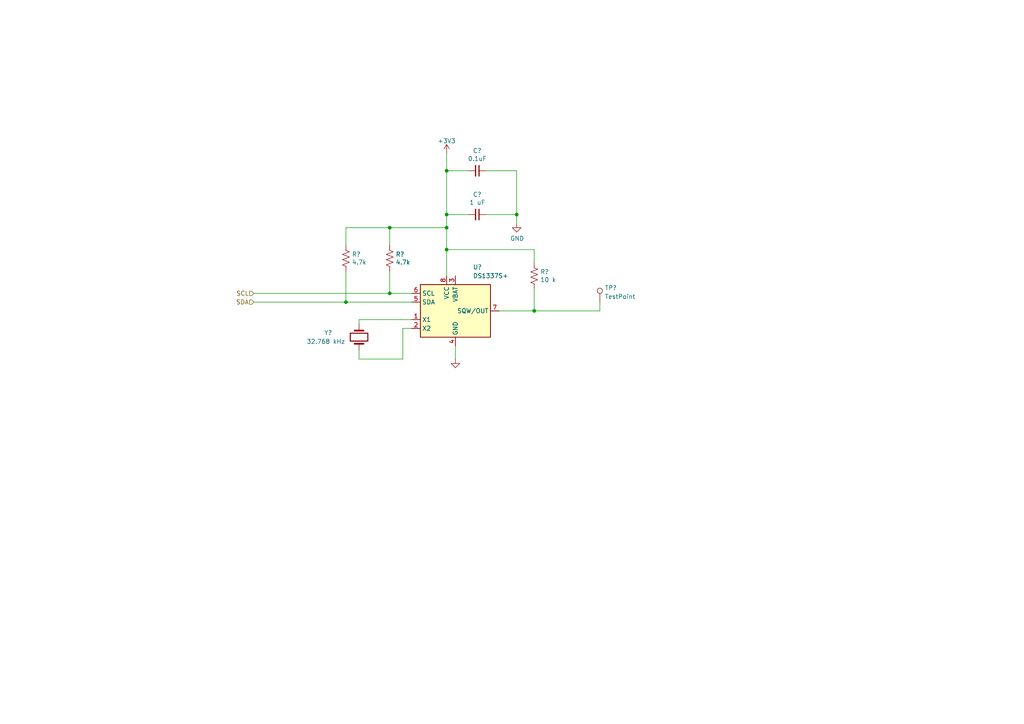
<source format=kicad_sch>
(kicad_sch (version 20211123) (generator eeschema)
  (paper "A4")
  (title_block (title "Avionics Board") (rev "A") (company "SilverSat Limited"))
  (lib_symbols
    (symbol "Connector:TestPoint" (pin_numbers hide) (pin_names (offset 0.762) hide)
      (property "Reference" "TP" (at 0 6.858 0))
      (property "Value" "TestPoint" (at 0 5.08 0))
      (symbol "TestPoint_0_1"
        (circle (center 0 3.302) (radius 0.762))
      )
      (symbol "TestPoint_1_1"
        (pin passive line (at 0 0 90) (length 2.54) (name "1") (number "1"))
      )
    )
    (symbol "Device:C_Small" (pin_numbers hide) (pin_names (offset 0.254) hide)
      (property "Reference" "C" (at 0.254 1.778 0))
      (property "Value" "C_Small" (at 0.254 -2.032 0))
      (symbol "C_Small_0_1"
        (polyline (pts (xy -1.524 -0.508) (xy 1.524 -0.508)) (stroke (width 0.3302)))
        (polyline (pts (xy -1.524 0.508) (xy 1.524 0.508)) (stroke (width 0.3048)))
      )
      (symbol "C_Small_1_1"
        (pin passive line (at 0 2.54 270) (length 2.032) (name "~") (number "1"))
        (pin passive line (at 0 -2.54 90) (length 2.032) (name "~") (number "2"))
      )
    )
    (symbol "Device:Crystal" (pin_numbers hide) (pin_names (offset 1.016) hide)
      (property "Reference" "Y" (at 0 3.81 0))
      (property "Value" "Crystal" (at 0 -3.81 0))
      (symbol "Crystal_0_1"
        (rectangle (start -1.143 2.54) (end 1.143 -2.54) (stroke (width 0.3048)))
        (polyline (pts (xy -2.54 0) (xy -1.905 0)))
        (polyline (pts (xy -1.905 -1.27) (xy -1.905 1.27)) (stroke (width 0.508)))
        (polyline (pts (xy 1.905 -1.27) (xy 1.905 1.27)) (stroke (width 0.508)))
        (polyline (pts (xy 2.54 0) (xy 1.905 0)))
      )
      (symbol "Crystal_1_1"
        (pin passive line (at -3.81 0 0) (length 1.27) (name "1") (number "1"))
        (pin passive line (at 3.81 0 180) (length 1.27) (name "2") (number "2"))
      )
    )
    (symbol "Device:R_US" (pin_numbers hide) (pin_names (offset 0))
      (property "Reference" "R" (at 2.54 0 90))
      (property "Value" "R_US" (at -2.54 0 90))
      (symbol "R_US_0_1"
        (polyline (pts (xy 0 -2.286) (xy 0 -2.54)))
        (polyline (pts (xy 0 2.286) (xy 0 2.54)))
        (polyline (pts (xy 0 -0.762) (xy 1.016 -1.143) (xy 0 -1.524) (xy -1.016 -1.905) (xy 0 -2.286)))
        (polyline (pts (xy 0 0.762) (xy 1.016 0.381) (xy 0 0) (xy -1.016 -0.381) (xy 0 -0.762)))
        (polyline (pts (xy 0 2.286) (xy 1.016 1.905) (xy 0 1.524) (xy -1.016 1.143) (xy 0 0.762)))
      )
      (symbol "R_US_1_1"
        (pin passive line (at 0 3.81 270) (length 1.27) (name "~") (number "1"))
        (pin passive line (at 0 -3.81 90) (length 1.27) (name "~") (number "2"))
      )
    )
    (symbol "Timer_RTC:DS1307+"
      (property "Reference" "U" (at -8.89 8.89 0))
      (property "Value" "DS1307+" (at 1.27 8.89 0))
      (symbol "DS1307+_0_1"
        (rectangle (start -10.16 7.62) (end 10.16 -7.62) (stroke (width 0.254)) (fill (type background)))
      )
      (symbol "DS1307+_1_1"
        (pin input line (at -12.7 -2.54 0) (length 2.54) (name "X1") (number "1"))
        (pin input line (at -12.7 -5.08 0) (length 2.54) (name "X2") (number "2"))
        (pin power_in line (at 0 10.16 270) (length 2.54) (name "VBAT") (number "3"))
        (pin power_in line (at 0 -10.16 90) (length 2.54) (name "GND") (number "4"))
        (pin bidirectional line (at -12.7 2.54 0) (length 2.54) (name "SDA") (number "5"))
        (pin input line (at -12.7 5.08 0) (length 2.54) (name "SCL") (number "6"))
        (pin open_collector line (at 12.7 0 180) (length 2.54) (name "SQW/OUT") (number "7"))
        (pin power_in line (at -2.54 10.16 270) (length 2.54) (name "VCC") (number "8"))
      )
    )
    (symbol "power:+3.3V" (power) (pin_names (offset 0))
      (property "Value" "+3.3V" (at 0 3.556 0))
      (symbol "+3.3V_0_1"
        (polyline (pts (xy -0.762 1.27) (xy 0 2.54)))
        (polyline (pts (xy 0 0) (xy 0 2.54)))
        (polyline (pts (xy 0 2.54) (xy 0.762 1.27)))
      )
      (symbol "+3.3V_1_1"
        (pin power_in line (at 0 0 90) (length 0) hide (name "+3V3") (number "1"))
      )
    )
    (symbol "power:GND" (power) (pin_names (offset 0))
      (property "Value" "GND" (at 0 -3.81 0))
      (symbol "GND_0_1"
        (polyline (pts (xy 0 0) (xy 0 -1.27) (xy 1.27 -1.27) (xy 0 -2.54) (xy -1.27 -1.27) (xy 0 -1.27)))
      )
      (symbol "GND_1_1"
        (pin power_in line (at 0 0 270) (length 0) hide (name "GND") (number "1"))
      )
    )
  )
  (junction (at 149.86 62.23))
  (junction (at 154.94 90.17))
  (junction (at 129.54 66.04))
  (junction (at 129.54 49.53))
  (junction (at 100.33 87.63))
  (junction (at 113.03 66.04))
  (junction (at 113.03 85.09))
  (junction (at 129.54 72.39))
  (junction (at 129.54 62.23))
  (wire (pts (xy 104.14 104.14) (xy 104.14 101.6)))
  (wire (pts (xy 113.03 66.04) (xy 129.54 66.04)))
  (wire (pts (xy 140.97 49.53) (xy 149.86 49.53)))
  (wire (pts (xy 73.66 87.63) (xy 100.33 87.63)))
  (wire (pts (xy 173.99 90.17) (xy 173.99 87.63)))
  (wire (pts (xy 113.03 85.09) (xy 119.38 85.09)))
  (wire (pts (xy 100.33 78.74) (xy 100.33 87.63)))
  (wire (pts (xy 104.14 93.98) (xy 104.14 92.71)))
  (wire (pts (xy 140.97 62.23) (xy 149.86 62.23)))
  (wire (pts (xy 149.86 49.53) (xy 149.86 62.23)))
  (wire (pts (xy 129.54 44.45) (xy 129.54 49.53)))
  (wire (pts (xy 113.03 78.74) (xy 113.03 85.09)))
  (wire (pts (xy 132.08 100.33) (xy 132.08 104.14)))
  (wire (pts (xy 129.54 66.04) (xy 129.54 62.23)))
  (wire (pts (xy 104.14 92.71) (xy 119.38 92.71)))
  (wire (pts (xy 129.54 49.53) (xy 129.54 62.23)))
  (wire (pts (xy 100.33 71.12) (xy 100.33 66.04)))
  (wire (pts (xy 154.94 72.39) (xy 129.54 72.39)))
  (wire (pts (xy 116.84 95.25) (xy 116.84 104.14)))
  (wire (pts (xy 73.66 85.09) (xy 113.03 85.09)))
  (wire (pts (xy 135.89 49.53) (xy 129.54 49.53)))
  (wire (pts (xy 113.03 71.12) (xy 113.03 66.04)))
  (wire (pts (xy 116.84 104.14) (xy 104.14 104.14)))
  (wire (pts (xy 135.89 62.23) (xy 129.54 62.23)))
  (wire (pts (xy 100.33 87.63) (xy 119.38 87.63)))
  (wire (pts (xy 149.86 62.23) (xy 149.86 64.77)))
  (wire (pts (xy 119.38 95.25) (xy 116.84 95.25)))
  (wire (pts (xy 154.94 83.82) (xy 154.94 90.17)))
  (wire (pts (xy 129.54 80.01) (xy 129.54 72.39)))
  (wire (pts (xy 144.78 90.17) (xy 154.94 90.17)))
  (wire (pts (xy 129.54 72.39) (xy 129.54 66.04)))
  (wire (pts (xy 154.94 90.17) (xy 173.99 90.17)))
  (wire (pts (xy 154.94 76.2) (xy 154.94 72.39)))
  (wire (pts (xy 100.33 66.04) (xy 113.03 66.04)))
  (hierarchical_label "SDA" (shape input) (at 73.66 87.63 180))
  (hierarchical_label "SCL" (shape input) (at 73.66 85.09 180))
  (symbol (lib_id "Timer_RTC:DS1307+") (at 132.08 90.17 0) (unit 1)
    (property "Reference" "U?" (at 137.16 77.47 0) (effects (justify left)))
    (property "Value" "DS1337S+" (at 137.16 80.01 0) (effects (justify left)))
    (property "Footprint" "Package_SO:SOIC-8_3.9x4.9mm_P1.27mm" (effects hide))
    (property "Datasheet" "https://datasheets.maximintegrated.com/en/ds/DS1307.pdf" (effects hide))
    (property "Part Number" " DS1337S+T&R" (effects hide))
  )
  (symbol (lib_id "power:GND") (at 132.08 104.14 0) (unit 1)
    (property "Reference" "#PWR0107" (effects hide))
    (property "Value" "GND" (effects hide))
  )
  (symbol (lib_id "Device:Crystal") (at 104.14 97.79 270) (unit 1)
    (property "Reference" "Y?" (at 93.98 96.52 90) (effects (justify left)))
    (property "Value" "32.768 kHz" (at 88.9 99.06 90) (effects (justify left)))
    (property "Footprint" "Crystal:Crystal_SMD_3215-2Pin_3.2x1.5mm" (effects hide))
    (property "Part Number" "ECS-.327-6-34QCS-TR" (effects hide))
  )
  (symbol (lib_id "Device:R_US") (at 100.33 74.93 0) (unit 1)
    (property "Reference" "R?" (at 102.0572 73.7616 0) (effects (justify left)))
    (property "Value" "4.7k" (at 102.0572 76.073 0) (effects (justify left)))
  )
  (symbol (lib_id "Device:R_US") (at 113.03 74.93 0) (unit 1)
    (property "Reference" "R?" (at 114.7572 73.7616 0) (effects (justify left)))
    (property "Value" "4.7k" (at 114.7572 76.073 0) (effects (justify left)))
  )
  (symbol (lib_id "Device:R_US") (at 154.94 80.01 0) (unit 1)
    (property "Reference" "R?" (at 156.6672 78.8416 0) (effects (justify left)))
    (property "Value" "10 k" (at 156.6672 81.153 0) (effects (justify left)))
  )
  (symbol (lib_id "Device:C_Small") (at 138.43 49.53 270) (unit 1)
    (property "Reference" "C?" (at 138.43 43.7134 90))
    (property "Value" "0.1uF" (at 138.43 46.0248 90))
  )
  (symbol (lib_id "power:GND") (at 149.86 64.77 0) (unit 1)
    (property "Reference" "#PWR0106" (effects hide))
    (property "Value" "GND" (at 149.987 69.1642 0))
  )
  (symbol (lib_id "Connector:TestPoint") (at 173.99 87.63 0) (unit 1)
    (property "Reference" "TP?" (at 175.387 83.4933 0) (effects (justify left)))
    (property "Value" "TestPoint" (at 175.387 86.0302 0) (effects (justify left)))
  )
  (symbol (lib_id "Device:C_Small") (at 138.43 62.23 270) (unit 1)
    (property "Reference" "C?" (at 138.43 56.4134 90))
    (property "Value" "1 uF" (at 138.43 58.7248 90))
    (property "Footprint" "Capacitor_SMD:C_1206_3216Metric" (effects hide))
    (property "Part Number" "12065C105M4Z2A" (effects hide))
  )
  (symbol (lib_id "power:+3.3V") (at 129.54 44.45 0) (unit 1)
    (property "Reference" "#PWR?" (effects hide))
    (property "Value" "+3.3V" (at 129.54 40.8742 0))
  )
)
</source>
